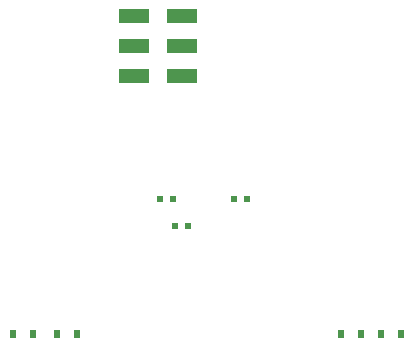
<source format=gbp>
%TF.GenerationSoftware,KiCad,Pcbnew,no-vcs-found-3ac87f6~59~ubuntu16.04.1*%
%TF.CreationDate,2017-08-31T14:12:32+03:00*%
%TF.ProjectId,livolo_2_channels_1way_eu_switch,6C69766F6C6F5F325F6368616E6E656C,rev?*%
%TF.SameCoordinates,Original*%
%TF.FileFunction,Paste,Bot*%
%TF.FilePolarity,Positive*%
%FSLAX46Y46*%
G04 Gerber Fmt 4.6, Leading zero omitted, Abs format (unit mm)*
G04 Created by KiCad (PCBNEW no-vcs-found-3ac87f6~59~ubuntu16.04.1) date Thu Aug 31 14:12:32 2017*
%MOMM*%
%LPD*%
G01*
G04 APERTURE LIST*
%ADD10R,2.500000X1.270000*%
%ADD11R,0.600000X0.500000*%
%ADD12R,0.600000X0.800000*%
G04 APERTURE END LIST*
D10*
X136250000Y-75210000D03*
X136250000Y-77750000D03*
X136250000Y-80290000D03*
X140250000Y-80290000D03*
X140250000Y-77750000D03*
X140250000Y-75250000D03*
D11*
X140800000Y-93000000D03*
X139700000Y-93000000D03*
X139550000Y-90750000D03*
X138450000Y-90750000D03*
X145800000Y-90750000D03*
X144700000Y-90750000D03*
D12*
X129650000Y-102150000D03*
X131350000Y-102150000D03*
X126000000Y-102150000D03*
X127700000Y-102150000D03*
X158800000Y-102150000D03*
X157100000Y-102150000D03*
X155450000Y-102150000D03*
X153750000Y-102150000D03*
M02*

</source>
